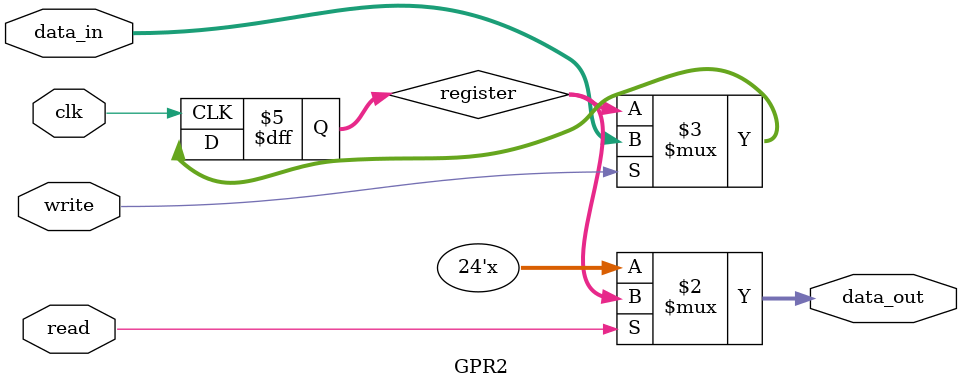
<source format=v>

module GPR2 (input clk, write, read,
             input [23:0] data_in,
             output [23:0] data_out
);

    reg [23:0] register ;

    always @(posedge clk ) begin
        if (write) begin
            register <= data_in;
        end
    end

    assign data_out = read ? register : 24'dz;

endmodule //GRP2


</source>
